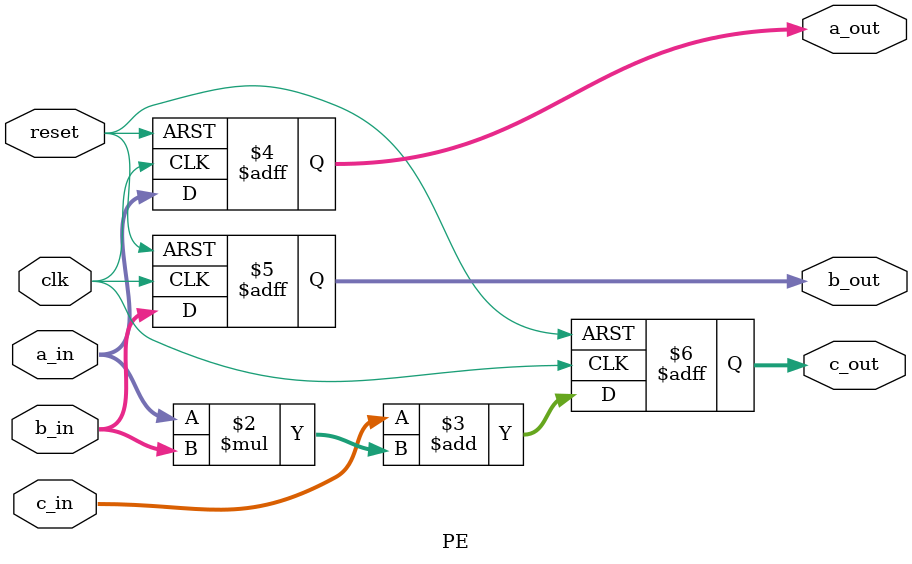
<source format=v>
`timescale 1ns / 1ps


module PE #(
    parameter WIDTH = 16
)(
    input clk,
    input reset,
    input [WIDTH-1:0] a_in,
    input [WIDTH-1:0] b_in,
    input [2*WIDTH-1:0] c_in,
    output reg [WIDTH-1:0] a_out,
    output reg [WIDTH-1:0] b_out,
    output reg [2*WIDTH-1:0] c_out
);
    always @(posedge clk or posedge reset) begin
        if (reset) begin
            a_out <= 0;
            b_out <= 0;
            c_out <= 0;
        end else begin
            a_out <= a_in;
            b_out <= b_in;
            c_out <= c_in + a_in * b_in;
        end
    end
endmodule

</source>
